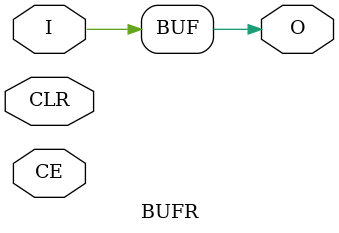
<source format=v>


`timescale  1 ps / 1 ps

module BUFR (O, CE, CLR, I);

    output O;

    input CE;
    input CLR;
    input I;

    parameter BUFR_DIVIDE = "BYPASS";
    parameter SIM_DEVICE = "VIRTEX4";

    buf B1 (O, I);
    
endmodule // BUFR

</source>
